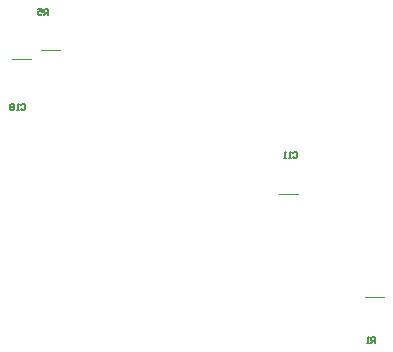
<source format=gbo>
G04*
G04 #@! TF.GenerationSoftware,Altium Limited,Altium Designer,20.2.7 (254)*
G04*
G04 Layer_Color=32896*
%FSLAX44Y44*%
%MOMM*%
G71*
G04*
G04 #@! TF.SameCoordinates,BAD59D02-7682-4231-AD5D-2D7AA58F7FA9*
G04*
G04*
G04 #@! TF.FilePolarity,Positive*
G04*
G01*
G75*
%ADD13C,0.1000*%
%ADD14C,0.1524*%
D13*
X294948Y166248D02*
X311048D01*
X68698Y280248D02*
X84798D01*
X367340Y78786D02*
X383440D01*
X93310Y287714D02*
X109410D01*
D14*
X98954Y317776D02*
Y322854D01*
X96415D01*
X95569Y322008D01*
Y320315D01*
X96415Y319469D01*
X98954D01*
X97261D02*
X95569Y317776D01*
X90490Y322854D02*
X93876D01*
Y320315D01*
X92183Y321162D01*
X91336D01*
X90490Y320315D01*
Y318622D01*
X91336Y317776D01*
X93029D01*
X93876Y318622D01*
X376136Y40211D02*
Y45289D01*
X373596D01*
X372750Y44443D01*
Y42750D01*
X373596Y41904D01*
X376136D01*
X374443D02*
X372750Y40211D01*
X371057D02*
X369365D01*
X370211D01*
Y45289D01*
X371057Y44443D01*
X76712Y241693D02*
X77559Y242539D01*
X79252D01*
X80098Y241693D01*
Y238307D01*
X79252Y237461D01*
X77559D01*
X76712Y238307D01*
X75020Y237461D02*
X73327D01*
X74173D01*
Y242539D01*
X75020Y241693D01*
X70788D02*
X69941Y242539D01*
X68249D01*
X67402Y241693D01*
Y240846D01*
X68249Y240000D01*
X67402Y239154D01*
Y238307D01*
X68249Y237461D01*
X69941D01*
X70788Y238307D01*
Y239154D01*
X69941Y240000D01*
X70788Y240846D01*
Y241693D01*
X69941Y240000D02*
X68249D01*
X306616Y200443D02*
X307462Y201289D01*
X309155D01*
X310002Y200443D01*
Y197057D01*
X309155Y196211D01*
X307462D01*
X306616Y197057D01*
X304923Y196211D02*
X303230D01*
X304077D01*
Y201289D01*
X304923Y200443D01*
X300691Y196211D02*
X298999D01*
X299845D01*
Y201289D01*
X300691Y200443D01*
M02*

</source>
